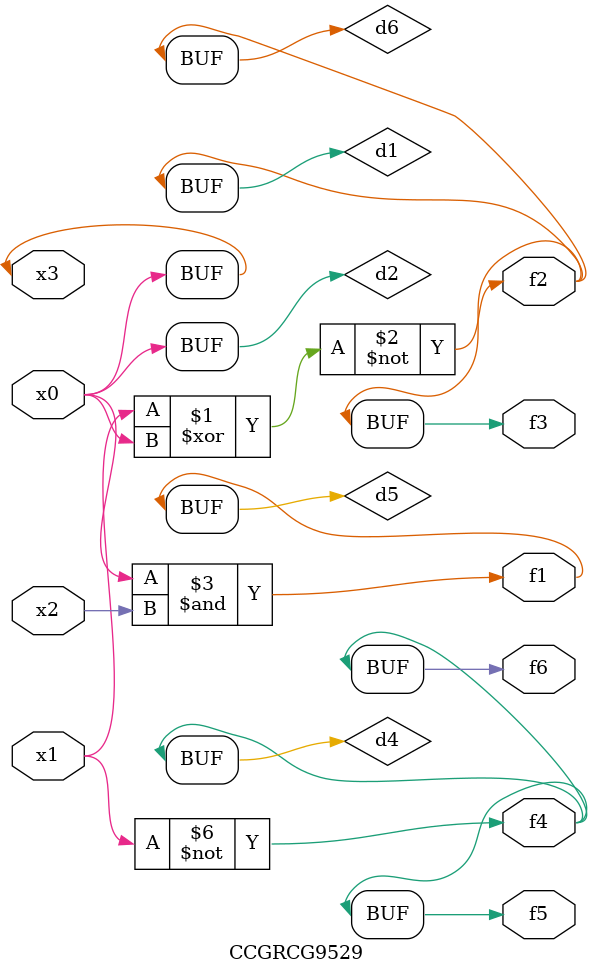
<source format=v>
module CCGRCG9529(
	input x0, x1, x2, x3,
	output f1, f2, f3, f4, f5, f6
);

	wire d1, d2, d3, d4, d5, d6;

	xnor (d1, x1, x3);
	buf (d2, x0, x3);
	nand (d3, x0, x2);
	not (d4, x1);
	nand (d5, d3);
	or (d6, d1);
	assign f1 = d5;
	assign f2 = d6;
	assign f3 = d6;
	assign f4 = d4;
	assign f5 = d4;
	assign f6 = d4;
endmodule

</source>
